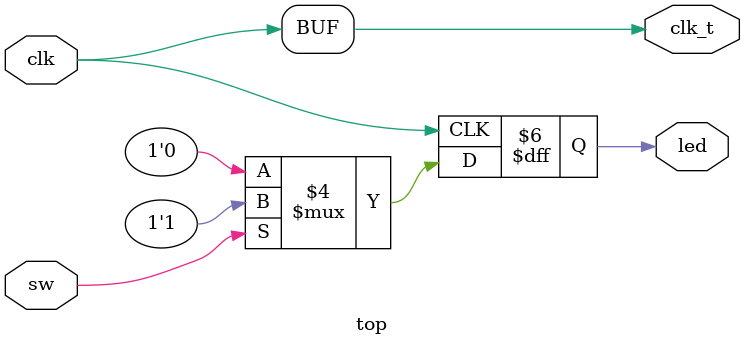
<source format=v>
module top(
	input clk,
	input sw,
	output reg led,
	output clk_t
);

assign clk_t = clk;

always @ (negedge clk) begin
	if(sw == 0)
		led <= 0;
	else
		led <= 1;
end

endmodule

</source>
